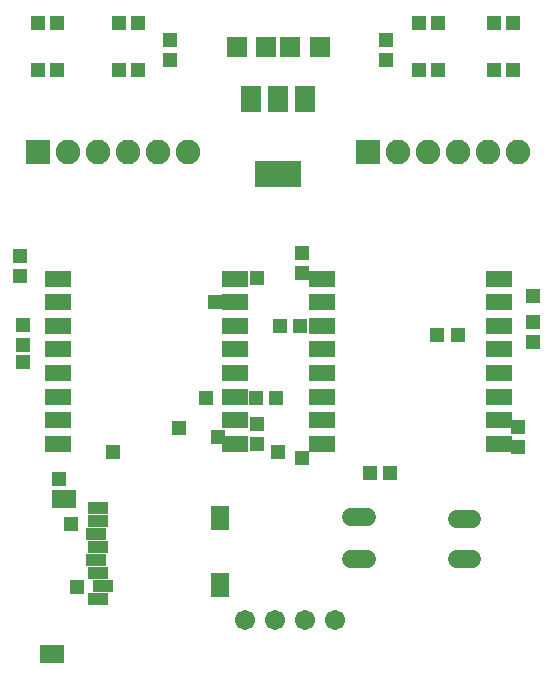
<source format=gts>
G75*
%MOIN*%
%OFA0B0*%
%FSLAX25Y25*%
%IPPOS*%
%LPD*%
%AMOC8*
5,1,8,0,0,1.08239X$1,22.5*
%
%ADD10R,0.06737X0.06737*%
%ADD11C,0.05950*%
%ADD12R,0.06312X0.07887*%
%ADD13R,0.08280X0.06312*%
%ADD14R,0.06706X0.03950*%
%ADD15R,0.08200X0.08200*%
%ADD16C,0.08200*%
%ADD17R,0.04737X0.05131*%
%ADD18R,0.05131X0.04737*%
%ADD19R,0.04737X0.04737*%
%ADD20R,0.06706X0.08674*%
%ADD21R,0.15761X0.08674*%
%ADD22R,0.08674X0.05524*%
%ADD23C,0.06737*%
%ADD24R,0.04762X0.04762*%
D10*
X0091887Y0225000D03*
X0101730Y0225000D03*
X0109604Y0225000D03*
X0119446Y0225000D03*
D11*
X0129989Y0068260D02*
X0135139Y0068260D01*
X0135139Y0054323D02*
X0129989Y0054323D01*
X0165139Y0054323D02*
X0170289Y0054323D01*
X0170289Y0067472D02*
X0165139Y0067472D01*
D12*
X0086092Y0067929D03*
X0086092Y0045488D03*
D13*
X0030383Y0022457D03*
X0034320Y0074228D03*
D14*
X0045541Y0071118D03*
X0045541Y0066787D03*
X0044753Y0062457D03*
X0045541Y0058126D03*
X0044753Y0053795D03*
X0045541Y0049465D03*
X0047115Y0045134D03*
X0045541Y0040803D03*
D15*
X0025667Y0190000D03*
X0135667Y0190000D03*
D16*
X0145667Y0190000D03*
X0155667Y0190000D03*
X0165667Y0190000D03*
X0175667Y0190000D03*
X0185667Y0190000D03*
X0075667Y0190000D03*
X0065667Y0190000D03*
X0055667Y0190000D03*
X0045667Y0190000D03*
X0035667Y0190000D03*
D17*
X0019667Y0155346D03*
X0019667Y0148654D03*
X0020667Y0132346D03*
X0020667Y0125654D03*
X0098667Y0099346D03*
X0098667Y0092654D03*
X0113667Y0149654D03*
X0113667Y0156346D03*
X0141667Y0220654D03*
X0141667Y0227346D03*
X0069667Y0227346D03*
X0069667Y0220654D03*
X0185667Y0098346D03*
X0185667Y0091654D03*
X0190667Y0126654D03*
X0190667Y0133346D03*
D18*
X0143013Y0083000D03*
X0136320Y0083000D03*
X0105013Y0108000D03*
X0098320Y0108000D03*
X0106320Y0132000D03*
X0113013Y0132000D03*
D19*
X0152517Y0217126D03*
X0158816Y0217126D03*
X0158816Y0232874D03*
X0152517Y0232874D03*
X0177517Y0232874D03*
X0183816Y0232874D03*
X0183816Y0217126D03*
X0177517Y0217126D03*
X0058816Y0217126D03*
X0052517Y0217126D03*
X0052517Y0232874D03*
X0058816Y0232874D03*
X0031816Y0232874D03*
X0025517Y0232874D03*
X0025517Y0217126D03*
X0031816Y0217126D03*
D20*
X0096612Y0207402D03*
X0105667Y0207402D03*
X0114722Y0207402D03*
D21*
X0105667Y0182598D03*
D22*
X0120139Y0147717D03*
X0120139Y0139843D03*
X0120139Y0131969D03*
X0120139Y0124094D03*
X0120139Y0116220D03*
X0120139Y0108346D03*
X0120139Y0100472D03*
X0120139Y0092598D03*
X0091194Y0092598D03*
X0091194Y0100472D03*
X0091194Y0108346D03*
X0091194Y0116220D03*
X0091194Y0124094D03*
X0091194Y0131969D03*
X0091194Y0139843D03*
X0091194Y0147717D03*
X0032139Y0147717D03*
X0032139Y0139843D03*
X0032139Y0131969D03*
X0032139Y0124094D03*
X0032139Y0116220D03*
X0032139Y0108346D03*
X0032139Y0100472D03*
X0032139Y0092598D03*
X0179194Y0092598D03*
X0179194Y0100472D03*
X0179194Y0108346D03*
X0179194Y0116220D03*
X0179194Y0124094D03*
X0179194Y0131969D03*
X0179194Y0139843D03*
X0179194Y0147717D03*
D23*
X0124667Y0034000D03*
X0114667Y0034000D03*
X0104667Y0034000D03*
X0094667Y0034000D03*
D24*
X0113667Y0088000D03*
X0105667Y0090000D03*
X0085667Y0095000D03*
X0081667Y0108000D03*
X0072667Y0098000D03*
X0050667Y0090000D03*
X0032667Y0081000D03*
X0036667Y0066000D03*
X0038667Y0045000D03*
X0020667Y0120000D03*
X0084667Y0140000D03*
X0098667Y0148000D03*
X0158667Y0129000D03*
X0165667Y0129000D03*
X0190667Y0142000D03*
M02*

</source>
